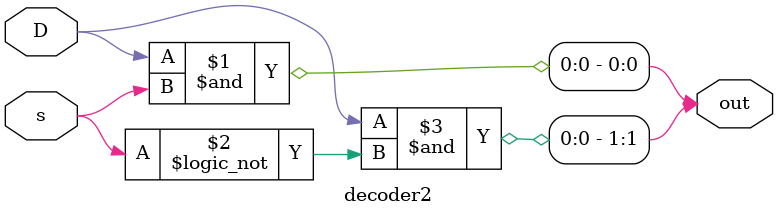
<source format=v>
`timescale 1ns / 1ps
module decoder2(
input D,
input s,
output [1:0] out
);

assign out[0]=D & s;
assign out[1]=D & !s;

endmodule
</source>
